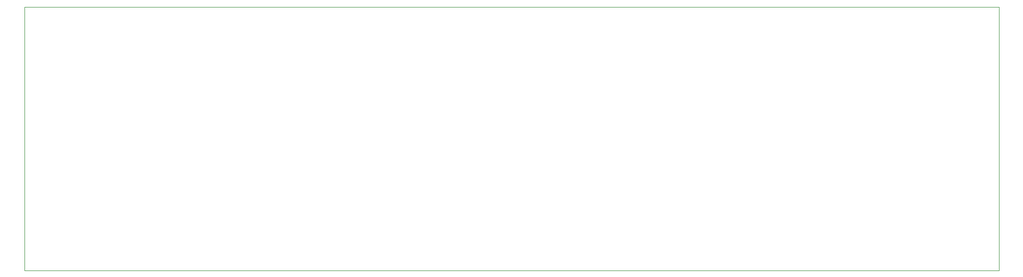
<source format=gbr>
%TF.GenerationSoftware,KiCad,Pcbnew,6.0.7-f9a2dced07~116~ubuntu22.04.1*%
%TF.CreationDate,2022-08-01T15:08:56-07:00*%
%TF.ProjectId,RFSoC_Frontend,5246536f-435f-4467-926f-6e74656e642e,rev?*%
%TF.SameCoordinates,Original*%
%TF.FileFunction,Profile,NP*%
%FSLAX46Y46*%
G04 Gerber Fmt 4.6, Leading zero omitted, Abs format (unit mm)*
G04 Created by KiCad (PCBNEW 6.0.7-f9a2dced07~116~ubuntu22.04.1) date 2022-08-01 15:08:56*
%MOMM*%
%LPD*%
G01*
G04 APERTURE LIST*
%TA.AperFunction,Profile*%
%ADD10C,0.050000*%
%TD*%
G04 APERTURE END LIST*
D10*
X242484184Y-114593052D02*
X242484184Y-69984052D01*
X242484184Y-114593052D02*
X77584184Y-114593052D01*
X77584184Y-69984052D02*
X77584184Y-114593052D01*
X242484184Y-69984052D02*
X77584184Y-69984052D01*
M02*

</source>
